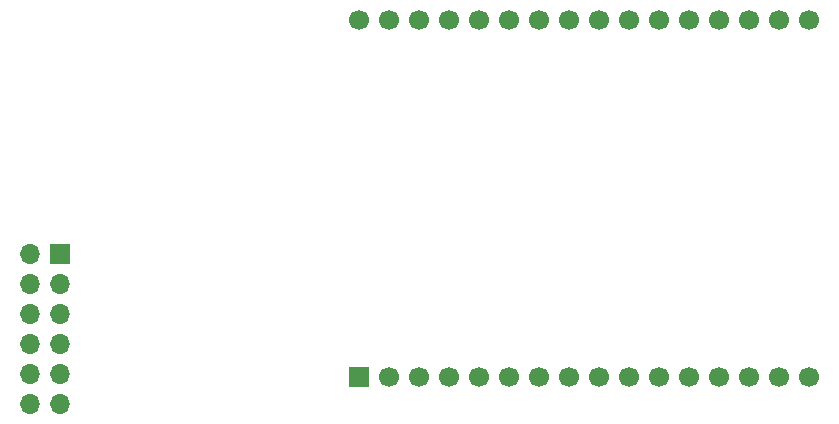
<source format=gbr>
%TF.GenerationSoftware,KiCad,Pcbnew,7.0.2*%
%TF.CreationDate,2023-08-12T01:35:25+09:00*%
%TF.ProjectId,Pmod_Matrix256,506d6f64-5f4d-4617-9472-69783235362e,rev?*%
%TF.SameCoordinates,Original*%
%TF.FileFunction,Soldermask,Bot*%
%TF.FilePolarity,Negative*%
%FSLAX46Y46*%
G04 Gerber Fmt 4.6, Leading zero omitted, Abs format (unit mm)*
G04 Created by KiCad (PCBNEW 7.0.2) date 2023-08-12 01:35:25*
%MOMM*%
%LPD*%
G01*
G04 APERTURE LIST*
%ADD10R,1.700000X1.700000*%
%ADD11O,1.700000X1.700000*%
%ADD12C,1.700000*%
G04 APERTURE END LIST*
D10*
%TO.C,J1*%
X100646000Y-119380000D03*
D11*
X100646000Y-121920000D03*
X100646000Y-124460000D03*
X100646000Y-127000000D03*
X100646000Y-129540000D03*
X100646000Y-132080000D03*
X98106000Y-119380000D03*
X98106000Y-121920000D03*
X98106000Y-124460000D03*
X98106000Y-127000000D03*
X98106000Y-129540000D03*
X98106000Y-132080000D03*
%TD*%
D10*
%TO.C,U1*%
X125984000Y-129828000D03*
D12*
X128524000Y-129828000D03*
X131064000Y-129828000D03*
X133604000Y-129828000D03*
X136144000Y-129828000D03*
X138684000Y-129828000D03*
X141224000Y-129828000D03*
X143764000Y-129828000D03*
X146304000Y-129828000D03*
X148844000Y-129828000D03*
X151384000Y-129828000D03*
X153924000Y-129828000D03*
X156464000Y-129828000D03*
X159004000Y-129828000D03*
X161544000Y-129828000D03*
X164084000Y-129828000D03*
X164084000Y-99568000D03*
X161544000Y-99568000D03*
X159004000Y-99568000D03*
X156464000Y-99568000D03*
X153924000Y-99568000D03*
X151384000Y-99568000D03*
X148844000Y-99568000D03*
X146304000Y-99568000D03*
X143764000Y-99568000D03*
X141224000Y-99568000D03*
X138684000Y-99568000D03*
X136144000Y-99568000D03*
X133604000Y-99568000D03*
X131064000Y-99568000D03*
X128524000Y-99568000D03*
X125984000Y-99568000D03*
%TD*%
M02*

</source>
